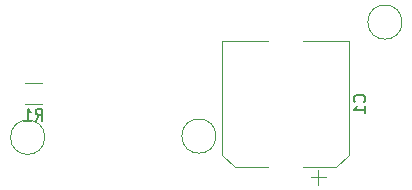
<source format=gbr>
%TF.GenerationSoftware,KiCad,Pcbnew,9.0.3*%
%TF.CreationDate,2025-07-31T16:26:09+05:30*%
%TF.ProjectId,new_ledMatrix,6e65775f-6c65-4644-9d61-747269782e6b,rev?*%
%TF.SameCoordinates,Original*%
%TF.FileFunction,Legend,Bot*%
%TF.FilePolarity,Positive*%
%FSLAX46Y46*%
G04 Gerber Fmt 4.6, Leading zero omitted, Abs format (unit mm)*
G04 Created by KiCad (PCBNEW 9.0.3) date 2025-07-31 16:26:09*
%MOMM*%
%LPD*%
G01*
G04 APERTURE LIST*
%ADD10C,0.150000*%
%ADD11C,0.120000*%
G04 APERTURE END LIST*
D10*
X139749580Y-68805833D02*
X139797200Y-68758214D01*
X139797200Y-68758214D02*
X139844819Y-68615357D01*
X139844819Y-68615357D02*
X139844819Y-68520119D01*
X139844819Y-68520119D02*
X139797200Y-68377262D01*
X139797200Y-68377262D02*
X139701961Y-68282024D01*
X139701961Y-68282024D02*
X139606723Y-68234405D01*
X139606723Y-68234405D02*
X139416247Y-68186786D01*
X139416247Y-68186786D02*
X139273390Y-68186786D01*
X139273390Y-68186786D02*
X139082914Y-68234405D01*
X139082914Y-68234405D02*
X138987676Y-68282024D01*
X138987676Y-68282024D02*
X138892438Y-68377262D01*
X138892438Y-68377262D02*
X138844819Y-68520119D01*
X138844819Y-68520119D02*
X138844819Y-68615357D01*
X138844819Y-68615357D02*
X138892438Y-68758214D01*
X138892438Y-68758214D02*
X138940057Y-68805833D01*
X139844819Y-69758214D02*
X139844819Y-69186786D01*
X139844819Y-69472500D02*
X138844819Y-69472500D01*
X138844819Y-69472500D02*
X138987676Y-69377262D01*
X138987676Y-69377262D02*
X139082914Y-69282024D01*
X139082914Y-69282024D02*
X139130533Y-69186786D01*
X111916666Y-70384819D02*
X112249999Y-69908628D01*
X112488094Y-70384819D02*
X112488094Y-69384819D01*
X112488094Y-69384819D02*
X112107142Y-69384819D01*
X112107142Y-69384819D02*
X112011904Y-69432438D01*
X112011904Y-69432438D02*
X111964285Y-69480057D01*
X111964285Y-69480057D02*
X111916666Y-69575295D01*
X111916666Y-69575295D02*
X111916666Y-69718152D01*
X111916666Y-69718152D02*
X111964285Y-69813390D01*
X111964285Y-69813390D02*
X112011904Y-69861009D01*
X112011904Y-69861009D02*
X112107142Y-69908628D01*
X112107142Y-69908628D02*
X112488094Y-69908628D01*
X110964285Y-70384819D02*
X111535713Y-70384819D01*
X111249999Y-70384819D02*
X111249999Y-69384819D01*
X111249999Y-69384819D02*
X111345237Y-69527676D01*
X111345237Y-69527676D02*
X111440475Y-69622914D01*
X111440475Y-69622914D02*
X111535713Y-69670533D01*
D11*
%TO.C,TP1*%
X127200000Y-71700000D02*
G75*
G02*
X124300000Y-71700000I-1450000J0D01*
G01*
X124300000Y-71700000D02*
G75*
G02*
X127200000Y-71700000I1450000J0D01*
G01*
%TO.C,TP3*%
X112700000Y-71800000D02*
G75*
G02*
X109800000Y-71800000I-1450000J0D01*
G01*
X109800000Y-71800000D02*
G75*
G02*
X112700000Y-71800000I1450000J0D01*
G01*
%TO.C,TP2*%
X142950000Y-62050000D02*
G75*
G02*
X140050000Y-62050000I-1450000J0D01*
G01*
X140050000Y-62050000D02*
G75*
G02*
X142950000Y-62050000I1450000J0D01*
G01*
%TO.C,C1*%
X127730000Y-63612500D02*
X131580000Y-63612500D01*
X127730000Y-73268063D02*
X127730000Y-63612500D01*
X128794437Y-74332500D02*
X127730000Y-73268063D01*
X128794437Y-74332500D02*
X131580000Y-74332500D01*
X135850000Y-75822500D02*
X135850000Y-74572500D01*
X136475000Y-75197500D02*
X135225000Y-75197500D01*
X137385563Y-74332500D02*
X134600000Y-74332500D01*
X137385563Y-74332500D02*
X138450000Y-73268063D01*
X138450000Y-63612500D02*
X134600000Y-63612500D01*
X138450000Y-73268063D02*
X138450000Y-63612500D01*
%TO.C,R1*%
X111022936Y-69010000D02*
X112477064Y-69010000D01*
X111022936Y-67190000D02*
X112477064Y-67190000D01*
%TD*%
M02*

</source>
